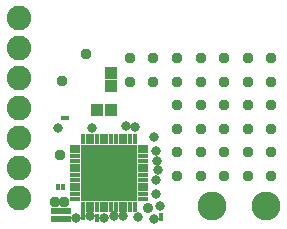
<source format=gbr>
G04 EAGLE Gerber X2 export*
%TF.Part,Single*%
%TF.FileFunction,Soldermask,Top,1*%
%TF.FilePolarity,Negative*%
%TF.GenerationSoftware,Autodesk,EAGLE,9.0.0*%
%TF.CreationDate,2018-06-20T01:15:49Z*%
G75*
%MOMM*%
%FSLAX34Y34*%
%LPD*%
%AMOC8*
5,1,8,0,0,1.08239X$1,22.5*%
G01*
%ADD10R,0.457200X0.381000*%
%ADD11R,1.053200X1.103200*%
%ADD12R,0.381000X0.457200*%
%ADD13R,0.453200X0.503200*%
%ADD14R,1.803200X0.553200*%
%ADD15C,2.082800*%
%ADD16R,1.103200X1.053200*%
%ADD17R,0.433200X0.883200*%
%ADD18R,4.803200X4.803200*%
%ADD19R,0.883200X0.433200*%
%ADD20C,0.812800*%
%ADD21C,0.863600*%
%ADD22C,2.453200*%
%ADD23C,0.959600*%
%ADD24C,0.909600*%


D10*
X96919Y6708D03*
X96919Y3406D03*
D11*
X42203Y95563D03*
X53803Y95563D03*
D10*
X42337Y6161D03*
X42337Y2859D03*
X30291Y7703D03*
X30291Y4401D03*
D12*
X16635Y89315D03*
X13333Y89315D03*
D13*
X13940Y30568D03*
X8940Y30568D03*
D14*
X11791Y3828D03*
X11791Y10328D03*
D15*
X-23592Y174080D03*
X-23592Y148680D03*
X-23592Y123280D03*
X-23592Y97880D03*
X-23592Y72480D03*
X-23592Y47080D03*
X-23592Y21680D03*
D16*
X54091Y115952D03*
X54091Y127552D03*
D17*
X30366Y14181D03*
D18*
X52366Y42781D03*
D17*
X34366Y14181D03*
X38366Y14181D03*
X42366Y14181D03*
X46366Y14181D03*
X50366Y14181D03*
X54366Y14181D03*
X58366Y14181D03*
X62366Y14181D03*
X66366Y14181D03*
X70366Y14181D03*
X74366Y14181D03*
D19*
X80966Y20781D03*
X80966Y24781D03*
X80966Y28781D03*
X80966Y32781D03*
X80966Y36781D03*
X80966Y40781D03*
X80966Y44781D03*
X80966Y48781D03*
X80966Y52781D03*
X80966Y56781D03*
X80966Y60781D03*
X80966Y64781D03*
D17*
X74366Y71381D03*
X70366Y71381D03*
X66366Y71381D03*
X62366Y71381D03*
X58366Y71381D03*
X54366Y71381D03*
X50366Y71381D03*
X46366Y71381D03*
X42366Y71381D03*
X38366Y71381D03*
X34366Y71381D03*
X30366Y71381D03*
D19*
X23766Y64781D03*
X23766Y60781D03*
X23766Y56781D03*
X23766Y52781D03*
X23766Y48781D03*
X23766Y44781D03*
X23766Y40781D03*
X23766Y36781D03*
X23766Y32781D03*
X23766Y28781D03*
X23766Y24781D03*
X23766Y20781D03*
D20*
X90966Y72998D03*
X38089Y80475D03*
X9312Y80632D03*
X66495Y82027D03*
X74386Y81680D03*
X93684Y45471D03*
X93202Y53091D03*
X92615Y61222D03*
X64690Y5768D03*
X92396Y36639D03*
D21*
X71492Y41715D03*
D20*
X46000Y61500D03*
X46000Y51500D03*
X38500Y44000D03*
X46000Y31500D03*
X36000Y26500D03*
X95558Y14913D03*
X36362Y6057D03*
X24372Y4260D03*
D22*
X140000Y15000D03*
D23*
X33000Y143000D03*
X70000Y140000D03*
X90000Y140000D03*
X110000Y140000D03*
X130000Y140000D03*
X150000Y140000D03*
X170000Y140000D03*
X190000Y140000D03*
X70000Y120000D03*
X90000Y120000D03*
X110000Y120000D03*
X130000Y120000D03*
X150000Y120000D03*
X170000Y120000D03*
X190000Y120000D03*
X190000Y100000D03*
X190000Y80000D03*
X170000Y100000D03*
X110000Y100000D03*
X130000Y100000D03*
X150000Y100000D03*
X150000Y80000D03*
X130000Y80000D03*
X110000Y80000D03*
X110000Y60000D03*
X130000Y60000D03*
X150000Y60000D03*
X170000Y60000D03*
X170000Y80000D03*
X190000Y60000D03*
X190000Y40000D03*
X170000Y40000D03*
X150000Y40000D03*
X130000Y40000D03*
X110000Y40000D03*
X14651Y17935D03*
X6585Y17628D03*
D24*
X85493Y12696D03*
D20*
X90593Y3822D03*
D23*
X11000Y57397D03*
X12835Y120835D03*
D20*
X48613Y4541D03*
X77104Y5134D03*
D22*
X185000Y15000D03*
D20*
X56502Y6055D03*
X92083Y24841D03*
M02*

</source>
